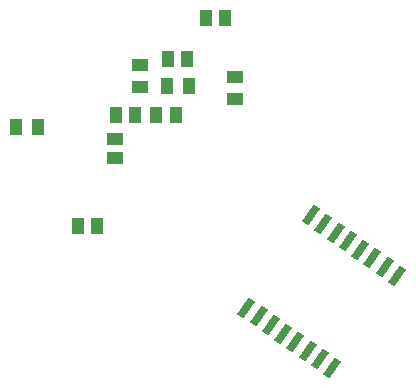
<source format=gbp>
G04 Layer_Color=128*
%FSLAX25Y25*%
%MOIN*%
G70*
G01*
G75*
%ADD10R,0.04331X0.05787*%
%ADD15R,0.04000X0.05500*%
%ADD18R,0.05787X0.04331*%
%ADD21R,0.05500X0.04000*%
G04:AMPARAMS|DCode=48|XSize=68.9mil|YSize=25.59mil|CornerRadius=0mil|HoleSize=0mil|Usage=FLASHONLY|Rotation=55.000|XOffset=0mil|YOffset=0mil|HoleType=Round|Shape=Rectangle|*
%AMROTATEDRECTD48*
4,1,4,-0.00928,-0.03556,-0.03024,-0.02088,0.00928,0.03556,0.03024,0.02088,-0.00928,-0.03556,0.0*
%
%ADD48ROTATEDRECTD48*%

D10*
X-9276Y47449D02*
D03*
X-15654D02*
D03*
X3421Y61130D02*
D03*
X-2957D02*
D03*
X-19465Y28831D02*
D03*
X-13087D02*
D03*
X-32850Y28634D02*
D03*
X-26472D02*
D03*
X-45547Y-8374D02*
D03*
X-39169D02*
D03*
D15*
X-8702Y38484D02*
D03*
X-16102D02*
D03*
X-66298Y24803D02*
D03*
X-58898D02*
D03*
D18*
X-33374Y20744D02*
D03*
Y14366D02*
D03*
D21*
X-25000Y45432D02*
D03*
Y38032D02*
D03*
X6693Y34095D02*
D03*
Y41495D02*
D03*
D48*
X39174Y-55638D02*
D03*
X35078Y-52770D02*
D03*
X30982Y-49902D02*
D03*
X26887Y-47034D02*
D03*
X22791Y-44166D02*
D03*
X18695Y-41298D02*
D03*
X14599Y-38430D02*
D03*
X10503Y-35562D02*
D03*
X32069Y-4764D02*
D03*
X36165Y-7632D02*
D03*
X40261Y-10499D02*
D03*
X44356Y-13367D02*
D03*
X48452Y-16235D02*
D03*
X52548Y-19103D02*
D03*
X56644Y-21971D02*
D03*
X60739Y-24839D02*
D03*
M02*

</source>
